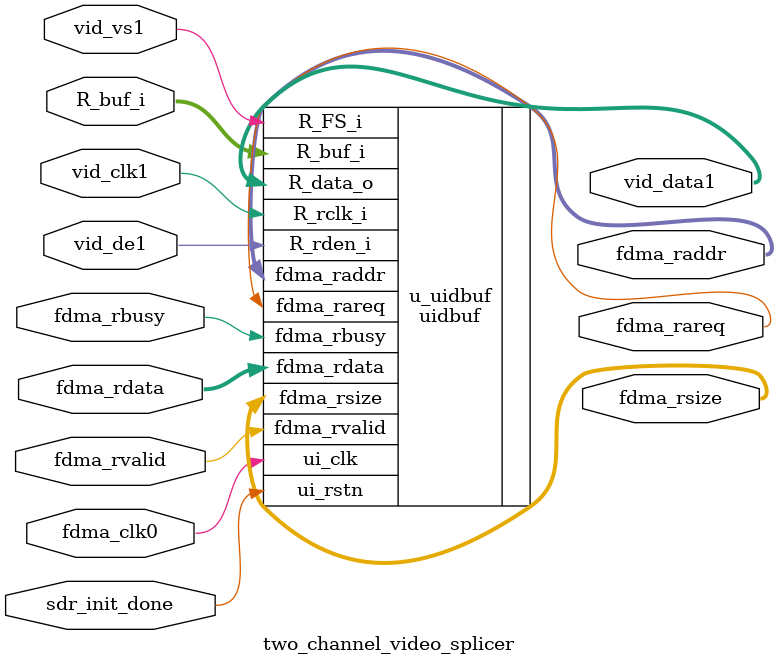
<source format=v>
module two_channel_video_splicer#(
    parameter  integer                   AXI_DATA_WIDTH = 32,    //AXI×ÜÏßÊý¾ÝÎ»¿í
	parameter  integer                   AXI_ADDR_WIDTH = 23     //AXI×ÜÏßµØÖ·Î»¿í
)(
    input   wire                                fdma_clk0,
    input   wire                                sdr_init_done,

    input   wire                                vid_clk1,        // ¶ÁÊ±ÖÓ
    input   wire                                vid_vs1,         // ¶ÁÖ¡Í¬²½ÐÅºÅ ±íÊ¾Ò»Ö¡µÄ¿ªÊ¼
    input   wire                                vid_de1,         // ¶ÁÊ¹ÄÜÐÅºÅ Óë¶ÁÈ¡µÄÊý¾ÝÍ¬²½
    output  wire    [15 : 0]                    vid_data1,       // ¶ÁÊý¾Ý  
    input   wire    [7 : 0]                     R_buf_i,

    //////////////////////////////////////////////////////////////////////////////////////
    // µ¥Â·FDMA¶ÁÐÅºÅ
    output  wire    [AXI_ADDR_WIDTH-1'b1:0]     fdma_raddr,
    output  wire                                fdma_rareq,
    output  wire    [15  :0]                    fdma_rsize,
    input   wire                                fdma_rbusy,
    input   wire    [AXI_DATA_WIDTH-1'b1:0]     fdma_rdata,
    input   wire                                fdma_rvalid
);

uidbuf #(
    .SDRAM_MAX_BURST_LEN 	(256                ),
    .VIDEO_ENABLE        	(1                  ),
    .ENABLE_WRITE        	(0                  ),
    .ENABLE_READ         	(1                  ),
    .AXI_DATA_WIDTH      	(AXI_DATA_WIDTH     ),
    .AXI_ADDR_WIDTH      	(AXI_ADDR_WIDTH     ),

    .R_BUFDEPTH          	(2048               ),
    .R_DATAWIDTH         	(16                 ),
    .R_BASEADDR          	(0                  ),
    .R_DSIZEBITS         	(21                 ),
    .R_XSIZE             	(1024               ),
    .R_YSIZE             	(768                ),
    .R_BUFSIZE           	(3                  ),
    .R_XSTRIDE           	('d0                )
)
u_uidbuf(
    .ui_clk       	(fdma_clk0     ),
    .ui_rstn      	(sdr_init_done ),

    .R_rclk_i     	(vid_clk1      ),
    .R_FS_i       	(vid_vs1        ),
    .R_rden_i     	(vid_de1      ),
    .R_data_o     	(vid_data1      ),
    .R_buf_i      	(R_buf_i       ),

    .fdma_raddr   	(fdma_raddr    ),
    .fdma_rareq   	(fdma_rareq    ),
    .fdma_rsize   	(fdma_rsize    ),
    .fdma_rbusy   	(fdma_rbusy    ),
    .fdma_rdata   	(fdma_rdata    ),
    .fdma_rvalid  	(fdma_rvalid   )
);

endmodule

</source>
